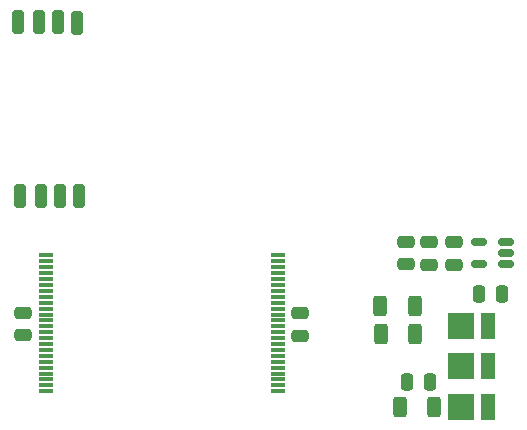
<source format=gbr>
%TF.GenerationSoftware,KiCad,Pcbnew,(6.0.5)*%
%TF.CreationDate,2023-08-07T21:45:28+03:00*%
%TF.ProjectId,JLC2,4a4c4332-2e6b-4696-9361-645f70636258,rev?*%
%TF.SameCoordinates,Original*%
%TF.FileFunction,Paste,Bot*%
%TF.FilePolarity,Positive*%
%FSLAX46Y46*%
G04 Gerber Fmt 4.6, Leading zero omitted, Abs format (unit mm)*
G04 Created by KiCad (PCBNEW (6.0.5)) date 2023-08-07 21:45:28*
%MOMM*%
%LPD*%
G01*
G04 APERTURE LIST*
G04 Aperture macros list*
%AMRoundRect*
0 Rectangle with rounded corners*
0 $1 Rounding radius*
0 $2 $3 $4 $5 $6 $7 $8 $9 X,Y pos of 4 corners*
0 Add a 4 corners polygon primitive as box body*
4,1,4,$2,$3,$4,$5,$6,$7,$8,$9,$2,$3,0*
0 Add four circle primitives for the rounded corners*
1,1,$1+$1,$2,$3*
1,1,$1+$1,$4,$5*
1,1,$1+$1,$6,$7*
1,1,$1+$1,$8,$9*
0 Add four rect primitives between the rounded corners*
20,1,$1+$1,$2,$3,$4,$5,0*
20,1,$1+$1,$4,$5,$6,$7,0*
20,1,$1+$1,$6,$7,$8,$9,0*
20,1,$1+$1,$8,$9,$2,$3,0*%
G04 Aperture macros list end*
%ADD10RoundRect,0.250000X-0.250000X-0.750000X0.250000X-0.750000X0.250000X0.750000X-0.250000X0.750000X0*%
%ADD11RoundRect,0.250000X0.475000X-0.250000X0.475000X0.250000X-0.475000X0.250000X-0.475000X-0.250000X0*%
%ADD12RoundRect,0.150000X0.512500X0.150000X-0.512500X0.150000X-0.512500X-0.150000X0.512500X-0.150000X0*%
%ADD13RoundRect,0.250000X-0.250000X-0.475000X0.250000X-0.475000X0.250000X0.475000X-0.250000X0.475000X0*%
%ADD14RoundRect,0.250000X-0.475000X0.250000X-0.475000X-0.250000X0.475000X-0.250000X0.475000X0.250000X0*%
%ADD15R,1.275000X0.300000*%
%ADD16R,2.200000X2.200000*%
%ADD17R,1.250000X2.200000*%
%ADD18RoundRect,0.250000X0.250000X0.475000X-0.250000X0.475000X-0.250000X-0.475000X0.250000X-0.475000X0*%
%ADD19RoundRect,0.250000X-0.312500X-0.625000X0.312500X-0.625000X0.312500X0.625000X-0.312500X0.625000X0*%
%ADD20RoundRect,0.250000X0.312500X0.625000X-0.312500X0.625000X-0.312500X-0.625000X0.312500X-0.625000X0*%
G04 APERTURE END LIST*
D10*
%TO.C,REF\u002A\u002A*%
X99470000Y-76110000D03*
%TD*%
D11*
%TO.C,C19*%
X134130001Y-81949999D03*
X134130001Y-80049999D03*
%TD*%
D12*
%TO.C,U1*%
X140637501Y-80039999D03*
X140637501Y-80989999D03*
X140637501Y-81939999D03*
X138362501Y-81939999D03*
X138362501Y-80039999D03*
%TD*%
D13*
%TO.C,C10*%
X132260001Y-91869999D03*
X134160001Y-91869999D03*
%TD*%
D10*
%TO.C,REF\u002A\u002A*%
X102720000Y-61440000D03*
%TD*%
D14*
%TO.C,C2*%
X99680001Y-86019999D03*
X99680001Y-87919999D03*
%TD*%
D15*
%TO.C,m2*%
X101620001Y-92679999D03*
X101620001Y-92179999D03*
X101620001Y-91679999D03*
X101620001Y-91179999D03*
X101620001Y-90679999D03*
X101620001Y-90179999D03*
X101620001Y-89679999D03*
X101620001Y-89179999D03*
X101620001Y-88679999D03*
X101620001Y-88179999D03*
X101620001Y-87679999D03*
X101620001Y-87179999D03*
X101620001Y-86679999D03*
X101620001Y-86179999D03*
X101620001Y-85679999D03*
X101620001Y-85179999D03*
X101620001Y-84679999D03*
X101620001Y-84179999D03*
X101620001Y-83679999D03*
X101620001Y-83179999D03*
X101620001Y-82679999D03*
X101620001Y-82179999D03*
X101620001Y-81679999D03*
X101620001Y-81179999D03*
X121296001Y-81179999D03*
X121296001Y-81679999D03*
X121296001Y-82179999D03*
X121296001Y-82679999D03*
X121296001Y-83179999D03*
X121296001Y-83679999D03*
X121296001Y-84179999D03*
X121296001Y-84679999D03*
X121296001Y-85179999D03*
X121296001Y-85679999D03*
X121296001Y-86179999D03*
X121296001Y-86679999D03*
X121296001Y-87179999D03*
X121296001Y-87679999D03*
X121296001Y-88179999D03*
X121296001Y-88679999D03*
X121296001Y-89179999D03*
X121296001Y-89679999D03*
X121296001Y-90179999D03*
X121296001Y-90679999D03*
X121296001Y-91179999D03*
X121296001Y-91679999D03*
X121296001Y-92179999D03*
X121296001Y-92679999D03*
%TD*%
D14*
%TO.C,C6*%
X123190001Y-86069999D03*
X123190001Y-87969999D03*
%TD*%
D10*
%TO.C,REF\u002A\u002A*%
X101230000Y-76150000D03*
%TD*%
D11*
%TO.C,C17*%
X132100001Y-81939999D03*
X132100001Y-80039999D03*
%TD*%
D10*
%TO.C,REF\u002A\u002A*%
X99330000Y-61400000D03*
%TD*%
%TO.C,REF\u002A\u002A*%
X101090000Y-61440000D03*
%TD*%
%TO.C,REF\u002A\u002A*%
X104300000Y-61460000D03*
%TD*%
D16*
%TO.C,D3*%
X136810001Y-93989999D03*
D17*
X139085001Y-93989999D03*
%TD*%
D18*
%TO.C,C11*%
X140260001Y-84479999D03*
X138360001Y-84479999D03*
%TD*%
D11*
%TO.C,C12*%
X136210001Y-81949999D03*
X136210001Y-80049999D03*
%TD*%
D19*
%TO.C,R1*%
X129985001Y-87789999D03*
X132910001Y-87789999D03*
%TD*%
D20*
%TO.C,R7*%
X134532501Y-94019999D03*
X131607501Y-94019999D03*
%TD*%
D10*
%TO.C,REF\u002A\u002A*%
X104440000Y-76170000D03*
%TD*%
%TO.C,REF\u002A\u002A*%
X102860000Y-76150000D03*
%TD*%
D16*
%TO.C,D2*%
X136810001Y-87159999D03*
D17*
X139085001Y-87159999D03*
%TD*%
D19*
%TO.C,R2*%
X129977501Y-85449999D03*
X132902501Y-85449999D03*
%TD*%
D16*
%TO.C,D1*%
X136810001Y-90579999D03*
D17*
X139085001Y-90579999D03*
%TD*%
M02*

</source>
